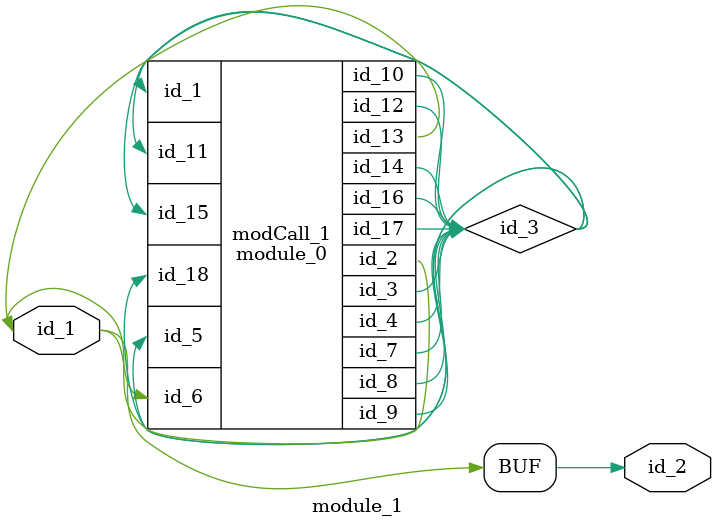
<source format=v>
module module_0 (
    id_1,
    id_2,
    id_3,
    id_4,
    id_5,
    id_6,
    id_7,
    id_8,
    id_9,
    id_10,
    id_11,
    id_12,
    id_13,
    id_14,
    id_15,
    id_16,
    id_17,
    id_18
);
  input wire id_18;
  inout wire id_17;
  inout wire id_16;
  input wire id_15;
  output wire id_14;
  output wire id_13;
  output wire id_12;
  input wire id_11;
  output wire id_10;
  inout wire id_9;
  output wire id_8;
  inout wire id_7;
  input wire id_6;
  input wire id_5;
  inout wire id_4;
  inout wire id_3;
  output wire id_2;
  input wire id_1;
  wire id_19;
endmodule
module module_1 (
    id_1,
    id_2
);
  output wire id_2;
  input wire id_1;
  assign id_2 = id_1;
  wire id_3;
  module_0 modCall_1 (
      id_3,
      id_2,
      id_3,
      id_3,
      id_3,
      id_1,
      id_3,
      id_3,
      id_3,
      id_3,
      id_3,
      id_3,
      id_2,
      id_3,
      id_3,
      id_3,
      id_3,
      id_3
  );
endmodule

</source>
